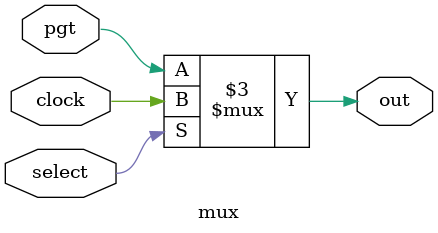
<source format=v>
module mux (input wire pgt, clock, select,
            output reg out);

    always @(*) begin
        if (select) begin
            out = clock;
        end else begin
            out = pgt;
        end
    end
endmodule
</source>
